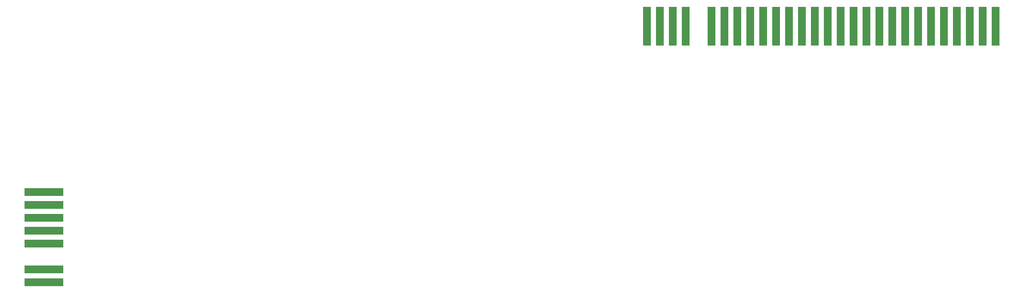
<source format=gbp>
%TF.GenerationSoftware,KiCad,Pcbnew,7.0.8*%
%TF.CreationDate,2023-10-30T18:51:19+00:00*%
%TF.ProjectId,Interface 1 Recreated,496e7465-7266-4616-9365-203120526563,rev?*%
%TF.SameCoordinates,Original*%
%TF.FileFunction,Paste,Bot*%
%TF.FilePolarity,Positive*%
%FSLAX46Y46*%
G04 Gerber Fmt 4.6, Leading zero omitted, Abs format (unit mm)*
G04 Created by KiCad (PCBNEW 7.0.8) date 2023-10-30 18:51:19*
%MOMM*%
%LPD*%
G01*
G04 APERTURE LIST*
%ADD10R,7.620000X1.524000*%
%ADD11R,1.524000X7.620000*%
G04 APERTURE END LIST*
D10*
%TO.C,SK4*%
X47323375Y-112207325D03*
X47323375Y-109667325D03*
X47323375Y-104587325D03*
X47323375Y-102047325D03*
X47323375Y-99507325D03*
X47323375Y-96967325D03*
X47323375Y-94427325D03*
%TD*%
D11*
%TO.C,SK6*%
X166008050Y-61744225D03*
X168548050Y-61744225D03*
X171088050Y-61744225D03*
X173628050Y-61744225D03*
X178708050Y-61744225D03*
X181248050Y-61744225D03*
X183788050Y-61744225D03*
X186328050Y-61744225D03*
X188868050Y-61744225D03*
X191408050Y-61744225D03*
X193948050Y-61744225D03*
X196488050Y-61744225D03*
X199028050Y-61744225D03*
X201568050Y-61744225D03*
X204108050Y-61744225D03*
X206648050Y-61744225D03*
X209188050Y-61744225D03*
X211728050Y-61744225D03*
X214268050Y-61744225D03*
X216808050Y-61744225D03*
X219348050Y-61744225D03*
X221888050Y-61744225D03*
X224428050Y-61744225D03*
X226968050Y-61744225D03*
X229508050Y-61744225D03*
X232048050Y-61744225D03*
X234588050Y-61744225D03*
%TD*%
M02*

</source>
